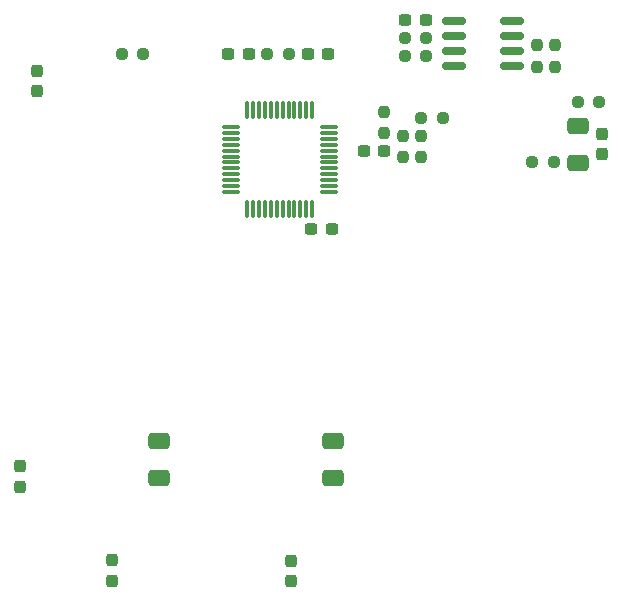
<source format=gbr>
%TF.GenerationSoftware,KiCad,Pcbnew,(6.0.4)*%
%TF.CreationDate,2023-06-02T13:45:04+02:00*%
%TF.ProjectId,Modbus-RJ45-Breakout,4d6f6462-7573-42d5-924a-34352d427265,0.0.2*%
%TF.SameCoordinates,Original*%
%TF.FileFunction,Paste,Bot*%
%TF.FilePolarity,Positive*%
%FSLAX46Y46*%
G04 Gerber Fmt 4.6, Leading zero omitted, Abs format (unit mm)*
G04 Created by KiCad (PCBNEW (6.0.4)) date 2023-06-02 13:45:04*
%MOMM*%
%LPD*%
G01*
G04 APERTURE LIST*
G04 Aperture macros list*
%AMRoundRect*
0 Rectangle with rounded corners*
0 $1 Rounding radius*
0 $2 $3 $4 $5 $6 $7 $8 $9 X,Y pos of 4 corners*
0 Add a 4 corners polygon primitive as box body*
4,1,4,$2,$3,$4,$5,$6,$7,$8,$9,$2,$3,0*
0 Add four circle primitives for the rounded corners*
1,1,$1+$1,$2,$3*
1,1,$1+$1,$4,$5*
1,1,$1+$1,$6,$7*
1,1,$1+$1,$8,$9*
0 Add four rect primitives between the rounded corners*
20,1,$1+$1,$2,$3,$4,$5,0*
20,1,$1+$1,$4,$5,$6,$7,0*
20,1,$1+$1,$6,$7,$8,$9,0*
20,1,$1+$1,$8,$9,$2,$3,0*%
G04 Aperture macros list end*
%ADD10RoundRect,0.237500X0.300000X0.237500X-0.300000X0.237500X-0.300000X-0.237500X0.300000X-0.237500X0*%
%ADD11RoundRect,0.237500X0.250000X0.237500X-0.250000X0.237500X-0.250000X-0.237500X0.250000X-0.237500X0*%
%ADD12RoundRect,0.237500X0.237500X-0.300000X0.237500X0.300000X-0.237500X0.300000X-0.237500X-0.300000X0*%
%ADD13RoundRect,0.237500X-0.300000X-0.237500X0.300000X-0.237500X0.300000X0.237500X-0.300000X0.237500X0*%
%ADD14RoundRect,0.150000X0.825000X0.150000X-0.825000X0.150000X-0.825000X-0.150000X0.825000X-0.150000X0*%
%ADD15RoundRect,0.237500X-0.237500X0.250000X-0.237500X-0.250000X0.237500X-0.250000X0.237500X0.250000X0*%
%ADD16RoundRect,0.237500X-0.250000X-0.237500X0.250000X-0.237500X0.250000X0.237500X-0.250000X0.237500X0*%
%ADD17RoundRect,0.250000X0.650000X-0.412500X0.650000X0.412500X-0.650000X0.412500X-0.650000X-0.412500X0*%
%ADD18RoundRect,0.237500X0.237500X-0.250000X0.237500X0.250000X-0.237500X0.250000X-0.237500X-0.250000X0*%
%ADD19RoundRect,0.237500X-0.237500X0.300000X-0.237500X-0.300000X0.237500X-0.300000X0.237500X0.300000X0*%
%ADD20RoundRect,0.075000X0.662500X0.075000X-0.662500X0.075000X-0.662500X-0.075000X0.662500X-0.075000X0*%
%ADD21RoundRect,0.075000X0.075000X0.662500X-0.075000X0.662500X-0.075000X-0.662500X0.075000X-0.662500X0*%
G04 APERTURE END LIST*
D10*
%TO.C,C35*%
X115262500Y-51200000D03*
X113537500Y-51200000D03*
%TD*%
D11*
%TO.C,R10*%
X116712500Y-59450000D03*
X114887500Y-59450000D03*
%TD*%
D12*
%TO.C,C11*%
X80950000Y-90712500D03*
X80950000Y-88987500D03*
%TD*%
D11*
%TO.C,R12*%
X103662500Y-54050000D03*
X101837500Y-54050000D03*
%TD*%
D12*
%TO.C,C9*%
X82350000Y-57212500D03*
X82350000Y-55487500D03*
%TD*%
D13*
%TO.C,C5*%
X105287500Y-54050000D03*
X107012500Y-54050000D03*
%TD*%
D14*
%TO.C,U5*%
X122575000Y-51295000D03*
X122575000Y-52565000D03*
X122575000Y-53835000D03*
X122575000Y-55105000D03*
X117625000Y-55105000D03*
X117625000Y-53835000D03*
X117625000Y-52565000D03*
X117625000Y-51295000D03*
%TD*%
D11*
%TO.C,R13*%
X91362500Y-54050000D03*
X89537500Y-54050000D03*
%TD*%
D15*
%TO.C,R27*%
X126200000Y-53337500D03*
X126200000Y-55162500D03*
%TD*%
D16*
%TO.C,R34*%
X113487500Y-54200000D03*
X115312500Y-54200000D03*
%TD*%
D12*
%TO.C,C3*%
X130150000Y-62562500D03*
X130150000Y-60837500D03*
%TD*%
D17*
%TO.C,C34*%
X107450000Y-89950000D03*
X107450000Y-86825000D03*
%TD*%
%TO.C,C2*%
X128150000Y-63262500D03*
X128150000Y-60137500D03*
%TD*%
D10*
%TO.C,C4*%
X100262500Y-54050000D03*
X98537500Y-54050000D03*
%TD*%
D13*
%TO.C,C7*%
X110037500Y-62300000D03*
X111762500Y-62300000D03*
%TD*%
D18*
%TO.C,R8*%
X114900000Y-62812500D03*
X114900000Y-60987500D03*
%TD*%
D17*
%TO.C,C33*%
X92650000Y-89962500D03*
X92650000Y-86837500D03*
%TD*%
D11*
%TO.C,R32*%
X129962500Y-58150000D03*
X128137500Y-58150000D03*
%TD*%
D18*
%TO.C,R9*%
X111750000Y-60762500D03*
X111750000Y-58937500D03*
%TD*%
D19*
%TO.C,C22*%
X103850000Y-96987500D03*
X103850000Y-98712500D03*
%TD*%
D13*
%TO.C,C36*%
X105587500Y-68900000D03*
X107312500Y-68900000D03*
%TD*%
D18*
%TO.C,R7*%
X113350000Y-62812500D03*
X113350000Y-60987500D03*
%TD*%
%TO.C,R26*%
X124700000Y-55162500D03*
X124700000Y-53337500D03*
%TD*%
D11*
%TO.C,L2*%
X126112500Y-63250000D03*
X124287500Y-63250000D03*
%TD*%
D20*
%TO.C,U1*%
X107062500Y-60250000D03*
X107062500Y-60750000D03*
X107062500Y-61250000D03*
X107062500Y-61750000D03*
X107062500Y-62250000D03*
X107062500Y-62750000D03*
X107062500Y-63250000D03*
X107062500Y-63750000D03*
X107062500Y-64250000D03*
X107062500Y-64750000D03*
X107062500Y-65250000D03*
X107062500Y-65750000D03*
D21*
X105650000Y-67162500D03*
X105150000Y-67162500D03*
X104650000Y-67162500D03*
X104150000Y-67162500D03*
X103650000Y-67162500D03*
X103150000Y-67162500D03*
X102650000Y-67162500D03*
X102150000Y-67162500D03*
X101650000Y-67162500D03*
X101150000Y-67162500D03*
X100650000Y-67162500D03*
X100150000Y-67162500D03*
D20*
X98737500Y-65750000D03*
X98737500Y-65250000D03*
X98737500Y-64750000D03*
X98737500Y-64250000D03*
X98737500Y-63750000D03*
X98737500Y-63250000D03*
X98737500Y-62750000D03*
X98737500Y-62250000D03*
X98737500Y-61750000D03*
X98737500Y-61250000D03*
X98737500Y-60750000D03*
X98737500Y-60250000D03*
D21*
X100150000Y-58837500D03*
X100650000Y-58837500D03*
X101150000Y-58837500D03*
X101650000Y-58837500D03*
X102150000Y-58837500D03*
X102650000Y-58837500D03*
X103150000Y-58837500D03*
X103650000Y-58837500D03*
X104150000Y-58837500D03*
X104650000Y-58837500D03*
X105150000Y-58837500D03*
X105650000Y-58837500D03*
%TD*%
D16*
%TO.C,R33*%
X113487500Y-52700000D03*
X115312500Y-52700000D03*
%TD*%
D19*
%TO.C,C12*%
X88700000Y-96937500D03*
X88700000Y-98662500D03*
%TD*%
M02*

</source>
